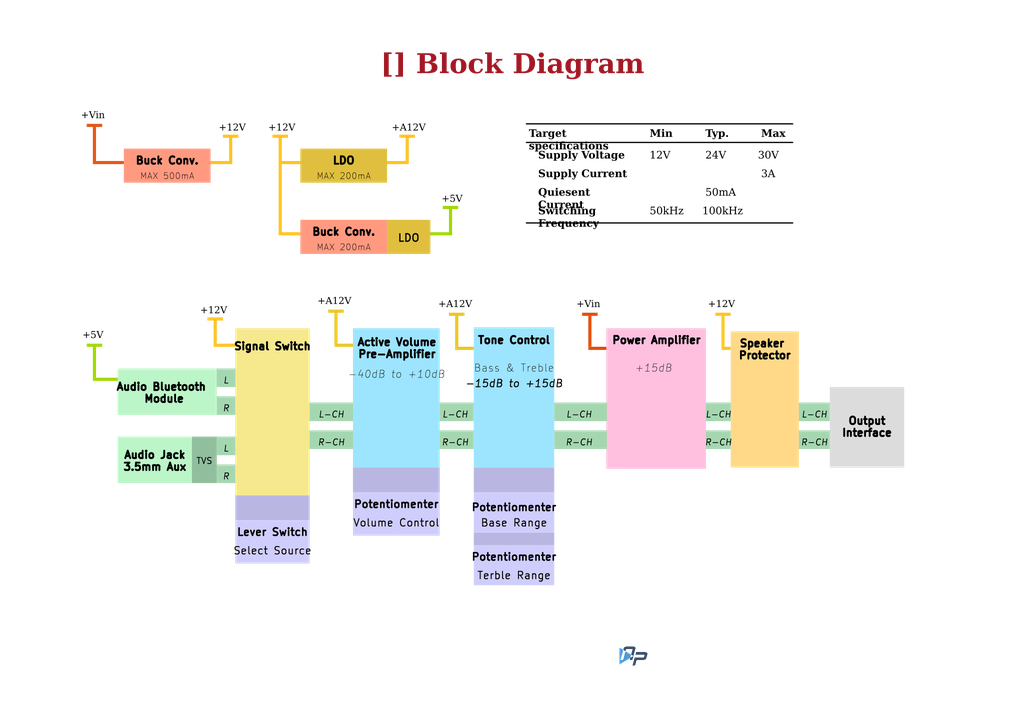
<source format=kicad_sch>
(kicad_sch (version 20250114) (generator "eeschema") (generator_version "9.0")
  (paper "A3")
  (title_block (title "Block Diagram") (date "Last Modified Date") (rev "${REVISION}") (company "${COMPANY}"))
  (lib_symbols)
  (rectangle (start 96.52 203.2) (end 127 213.36) (stroke (width -0.0001)) (fill (type color) (color 185 183 225 1)))
  (rectangle (start 127 165.1) (end 144.78 172.72) (stroke (width -0.0001)) (fill (type color) (color 164 215 176 1)))
  (rectangle (start 137.16 140.97) (end 144.78 142.24) (stroke (width -0.0001) (color 227 209 0 1)) (fill (type color) (color 232 193 30 1)))
  (rectangle (start 194.31 191.77) (end 227.33 201.93) (stroke (width -0.0001)) (fill (type color) (color 185 183 225 1)))
  (rectangle (start 181.61 84.455) (end 187.96 85.725) (stroke (width -0.0001) (color 239 176 27 1)) (fill (type color) (color 157 214 0 1)))
  (rectangle (start 48.26 179.07) (end 78.74 198.12) (stroke (width -0.0001)) (fill (type color) (color 187 245 200 1)))
  (rectangle (start 340.36 158.75) (end 370.84 191.77) (stroke (width -0.0001)) (fill (type color) (color 220 220 220 1)))
  (rectangle (start 134.62 127) (end 140.97 128.27) (stroke (width -0.0001) (color 227 209 0 1)) (fill (type color) (color 232 193 30 1)))
  (rectangle (start 248.666 134.62) (end 289.56 192.278) (stroke (width -0.0001)) (fill (type color) (color 255 192 224 1)))
  (rectangle (start 38.1 52.07) (end 39.37 66.04) (stroke (width -0.0001) (color 239 176 27 1)) (fill (type color) (color 223 86 20 1)))
  (rectangle (start 123.19 60.96) (end 158.75 74.93) (stroke (width -0.0001)) (fill (type color) (color 223 191 61 1)))
  (rectangle (start 78.74 179.07) (end 88.9 198.12) (stroke (width -0.0001) (color 255 255 255 1)) (fill (type color) (color 145 190 156 1)))
  (rectangle (start 194.31 223.52) (end 227.33 240.03) (stroke (width -0.0001)) (fill (type color) (color 207 205 252 1)))
  (rectangle (start 227.33 176.53) (end 248.92 184.15) (stroke (width -0.0001)) (fill (type color) (color 164 215 176 1)))
  (rectangle (start 289.56 165.1) (end 299.72 172.72) (stroke (width -0.0001)) (fill (type color) (color 164 215 176 1)))
  (rectangle (start 111.76 55.245) (end 118.11 56.515) (stroke (width -0.0001) (color 239 176 27 1)) (fill (type color) (color 255 191 29 1)))
  (rectangle (start 238.76 128.27) (end 245.11 129.54) (stroke (width -0.0001) (color 239 176 27 1)) (fill (type color) (color 223 72 2 1)))
  (rectangle (start 180.34 176.53) (end 194.31 184.15) (stroke (width -0.0001)) (fill (type color) (color 164 215 176 1)))
  (rectangle (start 38.1 154.94) (end 48.26 156.21) (stroke (width -0.0001) (color 157 214 0 1)) (fill (type color) (color 157 214 0 1)))
  (rectangle (start 96.52 213.36) (end 127 231.14) (stroke (width -0.0001)) (fill (type color) (color 207 205 252 1)))
  (rectangle (start 241.3 129.54) (end 242.57 142.24) (stroke (width -0.0001) (color 239 176 27 1)) (fill (type color) (color 223 72 2 1)))
  (rectangle (start 186.69 129.54) (end 187.96 142.24) (stroke (width -0.0001) (color 227 209 0 1)) (fill (type color) (color 232 193 30 1)))
  (rectangle (start 180.34 165.1) (end 194.31 172.72) (stroke (width -0.0001)) (fill (type color) (color 164 215 176 1)))
  (rectangle (start 163.83 55.245) (end 170.18 56.515) (stroke (width -0.0001) (color 239 176 27 1)) (fill (type color) (color 255 191 29 1)))
  (rectangle (start 85.09 130.175) (end 91.44 131.445) (stroke (width -0.0001) (color 239 176 27 1)) (fill (type color) (color 255 191 29 1)))
  (rectangle (start 194.31 134.239) (end 227.33 191.77) (stroke (width -0.0001)) (fill (type color) (color 157 228 255 1)))
  (rectangle (start 127 176.53) (end 144.78 184.15) (stroke (width -0.0001)) (fill (type color) (color 164 215 176 1)))
  (rectangle (start 144.78 134.62) (end 180.34 191.77) (stroke (width -0.0001)) (fill (type color) (color 157 228 255 1)))
  (rectangle (start 295.91 142.24) (end 299.72 143.51) (stroke (width -0.0001) (color 239 176 27 1)) (fill (type color) (color 255 191 29 1)))
  (rectangle (start 48.26 151.13) (end 88.9 170.18) (stroke (width -0.0001)) (fill (type color) (color 187 245 200 1)))
  (rectangle (start 88.9 162.56) (end 96.52 170.18) (stroke (width -0.0001)) (fill (type color) (color 164 215 176 1)))
  (rectangle (start 38.1 142.24) (end 39.37 154.94) (stroke (width -0.0001) (color 157 214 0 1)) (fill (type color) (color 157 214 0 1)))
  (rectangle (start 184.15 85.09) (end 185.42 96.52) (stroke (width -0.0001) (color 239 176 27 1)) (fill (type color) (color 157 214 0 1)))
  (rectangle (start 123.19 90.17) (end 158.75 104.14) (stroke (width -0.0001)) (fill (type color) (color 255 154 129 1)))
  (rectangle (start 35.56 140.97) (end 41.91 142.24) (stroke (width -0.0001) (color 157 214 0 1)) (fill (type color) (color 157 214 0 1)))
  (rectangle (start 158.75 90.17) (end 176.53 104.14) (stroke (width -0.0001)) (fill (type color) (color 223 191 61 1)))
  (rectangle (start 88.9 140.97) (end 96.52 142.24) (stroke (width -0.0001) (color 239 176 27 1)) (fill (type color) (color 255 191 29 1)))
  (rectangle (start 144.78 191.77) (end 180.34 201.93) (stroke (width -0.0001)) (fill (type color) (color 185 183 225 1)))
  (rectangle (start 38.1 66.04) (end 50.8 67.31) (stroke (width -0.0001) (color 239 176 27 1)) (fill (type color) (color 223 86 20 1)))
  (rectangle (start 194.31 218.44) (end 227.33 223.52) (stroke (width -0.0001)) (fill (type color) (color 185 183 225 1)))
  (rectangle (start 144.78 201.93) (end 180.34 219.71) (stroke (width -0.0001)) (fill (type color) (color 207 205 252 1)))
  (rectangle (start 115.57 95.25) (end 123.19 96.52) (stroke (width -0.0001) (color 239 176 27 1)) (fill (type color) (color 255 191 29 1)))
  (rectangle (start 35.56 50.8) (end 41.91 52.07) (stroke (width -0.0001) (color 239 176 27 1)) (fill (type color) (color 223 86 20 1)))
  (rectangle (start 295.91 129.54) (end 297.18 142.24) (stroke (width -0.0001) (color 239 176 27 1)) (fill (type color) (color 255 191 29 1)))
  (rectangle (start 96.52 134.62) (end 127 203.2) (stroke (width -0.0001)) (fill (type color) (color 245 232 141 1)))
  (rectangle (start 289.56 176.53) (end 299.72 184.15) (stroke (width -0.0001)) (fill (type color) (color 164 215 176 1)))
  (rectangle (start 88.9 190.5) (end 96.52 198.12) (stroke (width -0.0001)) (fill (type color) (color 164 215 176 1)))
  (rectangle (start 137.16 128.27) (end 138.43 140.97) (stroke (width -0.0001) (color 227 209 0 1)) (fill (type color) (color 232 193 30 1)))
  (rectangle (start 93.98 55.88) (end 95.25 67.31) (stroke (width -0.0001) (color 239 176 27 1)) (fill (type color) (color 255 191 29 1)))
  (rectangle (start 158.75 66.04) (end 166.37 67.31) (stroke (width -0.0001) (color 239 176 27 1)) (fill (type color) (color 255 191 29 1)))
  (rectangle (start 88.9 179.07) (end 96.52 186.69) (stroke (width -0.0001)) (fill (type color) (color 164 215 176 1)))
  (rectangle (start 241.3 142.24) (end 248.92 143.51) (stroke (width -0.0001) (color 239 176 27 1)) (fill (type color) (color 223 72 2 1)))
  (rectangle (start 327.66 165.1) (end 340.36 172.72) (stroke (width -0.0001)) (fill (type color) (color 164 215 176 1)))
  (rectangle (start 86.36 66.04) (end 93.98 67.31) (stroke (width -0.0001) (color 239 176 27 1)) (fill (type color) (color 255 191 29 1)))
  (rectangle (start 327.66 176.53) (end 340.36 184.15) (stroke (width -0.0001)) (fill (type color) (color 164 215 176 1)))
  (rectangle (start 115.57 55.88) (end 114.3 67.31) (stroke (width -0.0001) (color 239 176 27 1)) (fill (type color) (color 255 191 29 1)))
  (rectangle (start 50.8 60.96) (end 86.36 74.93) (stroke (width -0.0001)) (fill (type color) (color 255 154 129 1)))
  (rectangle (start 227.33 165.1) (end 248.92 172.72) (stroke (width -0.0001)) (fill (type color) (color 164 215 176 1)))
  (rectangle (start 87.63 130.81) (end 88.9 142.24) (stroke (width -0.0001) (color 239 176 27 1)) (fill (type color) (color 255 191 29 1)))
  (rectangle (start 166.37 55.88) (end 167.64 67.31) (stroke (width -0.0001) (color 239 176 27 1)) (fill (type color) (color 255 191 29 1)))
  (rectangle (start 186.69 142.24) (end 194.31 143.51) (stroke (width -0.0001) (color 227 209 0 1)) (fill (type color) (color 232 193 30 1)))
  (rectangle (start 115.57 66.04) (end 123.19 67.31) (stroke (width -0.0001) (color 239 176 27 1)) (fill (type color) (color 255 191 29 1)))
  (rectangle (start 194.31 201.93) (end 227.33 218.44) (stroke (width -0.0001)) (fill (type color) (color 207 205 252 1)))
  (rectangle (start 88.9 151.13) (end 96.52 158.75) (stroke (width -0.0001)) (fill (type color) (color 164 215 176 1)))
  (rectangle (start 91.44 55.245) (end 97.79 56.515) (stroke (width -0.0001) (color 239 176 27 1)) (fill (type color) (color 255 191 29 1)))
  (rectangle (start 299.72 135.89) (end 327.66 191.77) (stroke (width -0.0001)) (fill (type color) (color 255 217 136 1)))
  (rectangle (start 184.15 128.27) (end 190.5 129.54) (stroke (width -0.0001) (color 227 209 0 1)) (fill (type color) (color 232 193 30 1)))
  (rectangle (start 293.37 128.27) (end 299.72 129.54) (stroke (width -0.0001) (color 239 176 27 1)) (fill (type color) (color 255 191 29 1)))
  (rectangle (start 114.3 67.31) (end 115.57 96.52) (stroke (width -0.0001) (color 239 176 27 1)) (fill (type color) (color 255 191 29 1)))
  (rectangle (start 176.53 95.25) (end 184.15 96.52) (stroke (width -0.0001) (color 239 176 27 1)) (fill (type color) (color 157 214 0 1)))
  (text "Audio Bluetooth \nModule" (at 67.31 161.29 0) (effects (font (size 3.048 3.048) (thickness 0.762) (bold yes))))
  (text "+12V" (at 115.57 53.34 0) (effects (font (size 2.794 2.794))))
  (text "R-CH" (at 294.64 181.61 0) (effects (font (size 2.54 2.54) (thickness 0.3175) (italic yes))))
  (text "+12V" (at 95.25 53.34 0) (effects (font (size 2.794 2.794))))
  (text "TVS" (at 83.82 189.23 0) (effects (font (size 2.54 2.54) (thickness 0.3175))))
  (text "Potentiomenter" (at 210.82 228.6 0) (effects (font (size 3.048 3.048) (thickness 0.6096) (bold yes))))
  (text "LDO" (at 140.97 66.04 0) (effects (font (size 3.048 3.048) (thickness 0.762) (bold yes))))
  (text "Select Source" (at 111.76 226.06 0) (effects (font (size 3.048 3.048) (thickness 0.381))))
  (text "Bass & Treble" (at 210.82 151.13 0) (effects (font (size 3.048 3.048))))
  (text "L" (at 92.71 156.21 0) (effects (font (size 2.54 2.54) (thickness 0.3175) (italic yes))))
  (text "-40dB to +10dB" (at 162.56 153.67 0) (effects (font (size 3.048 3.048) (italic yes))))
  (text "Lever Switch" (at 111.76 218.44 0) (effects (font (size 3.048 3.048) (thickness 0.6096) (bold yes))))
  (text "L-CH" (at 334.01 170.18 0) (effects (font (size 2.54 2.54) (thickness 0.3175) (italic yes))))
  (text "Buck Conv." (at 140.97 95.25 0) (effects (font (size 3.048 3.048) (thickness 0.762) (bold yes))))
  (text "R-CH" (at 135.89 181.61 0) (effects (font (size 2.54 2.54) (thickness 0.3175) (italic yes))))
  (text "Power Amplifier\n" (at 269.24 139.7 0) (effects (font (size 3.048 3.048) (thickness 1.016) (bold yes))))
  (text "L-CH" (at 237.49 170.18 0) (effects (font (size 2.54 2.54) (thickness 0.3175) (italic yes))))
  (text "+Vin" (at 38.1 48.26 0) (effects (font (size 2.794 2.794))))
  (text "Base Range" (at 210.82 214.63 0) (effects (font (size 3.048 3.048) (thickness 0.381))))
  (text "Tone Control" (at 210.82 139.7 0) (effects (font (size 3.048 3.048) (thickness 1.016) (bold yes))))
  (text "R" (at 92.71 195.58 0) (effects (font (size 2.54 2.54) (thickness 0.3175) (italic yes))))
  (text "+A12V" (at 137.16 124.46 0) (effects (font (size 2.794 2.794))))
  (text "Volume Control" (at 162.56 214.63 0) (effects (font (size 3.048 3.048) (thickness 0.381))))
  (text "+12V" (at 87.63 128.27 0) (effects (font (size 2.794 2.794))))
  (text "Terble Range" (at 210.82 236.22 0) (effects (font (size 3.048 3.048) (thickness 0.381))))
  (text "L-CH" (at 186.69 170.18 0) (effects (font (size 2.54 2.54) (thickness 0.3175) (italic yes))))
  (text "MAX 500mA" (at 68.58 72.39 0) (effects (font (size 2.54 2.54))))
  (text "Potentiomenter" (at 210.82 208.28 0) (effects (font (size 3.048 3.048) (thickness 0.6096) (bold yes))))
  (text "MAX 200mA" (at 140.97 72.39 0) (effects (font (size 2.54 2.54))))
  (text "Buck Conv." (at 68.58 66.04 0) (effects (font (size 3.048 3.048) (thickness 0.762) (bold yes))))
  (text "Audio Jack\n3.5mm Aux" (at 63.5 189.23 0) (effects (font (size 3.048 3.048) (thickness 1.016) (bold yes))))
  (text "R-CH" (at 186.69 181.61 0) (effects (font (size 2.54 2.54) (thickness 0.3175) (italic yes))))
  (text "+5V" (at 185.42 82.55 0) (effects (font (size 2.794 2.794))))
  (text "Speaker \nProtector" (at 313.69 143.51 0) (effects (font (size 3.048 3.048) (thickness 1.016) (bold yes))))
  (text "+15dB" (at 267.97 151.13 0) (effects (font (size 3.048 3.048) (italic yes))))
  (text "Output\nInterface" (at 355.6 175.26 0) (effects (font (size 3.048 3.048) (thickness 1.016) (bold yes))))
  (text "+A12V" (at 167.64 53.34 0) (effects (font (size 2.794 2.794))))
  (text "+A12V" (at 186.69 125.73 0) (effects (font (size 2.794 2.794))))
  (text "R-CH" (at 237.49 181.61 0) (effects (font (size 2.54 2.54) (thickness 0.3175) (italic yes))))
  (text "LDO" (at 167.64 97.79 0) (effects (font (size 3.048 3.048) (thickness 0.508) (bold yes))))
  (text "MAX 200mA" (at 140.97 101.6 0) (effects (font (size 2.54 2.54))))
  (text "L-CH" (at 135.89 170.18 0) (effects (font (size 2.54 2.54) (thickness 0.3175) (italic yes))))
  (text "Potentiomenter" (at 162.56 207.01 0) (effects (font (size 3.048 3.048) (thickness 0.6096) (bold yes))))
  (text "+12V" (at 295.91 125.73 0) (effects (font (size 2.794 2.794))))
  (text "-15dB to +15dB" (at 210.82 157.48 0) (effects (font (size 3.048 3.048) (thickness 0.381) (italic yes))))
  (text "Active Volume\nPre-Amplifier" (at 162.814 143.002 0) (effects (font (size 3.048 3.048) (thickness 1.016) (bold yes))))
  (text "R-CH" (at 334.01 181.61 0) (effects (font (size 2.54 2.54) (thickness 0.3175) (italic yes))))
  (text "Signal Switch" (at 111.76 142.24 0) (effects (font (size 3.048 3.048) (thickness 0.762) (bold yes))))
  (text "L-CH" (at 294.64 170.18 0) (effects (font (size 2.54 2.54) (thickness 0.3175) (italic yes))))
  (text "+5V" (at 38.1 138.43 0) (effects (font (size 2.794 2.794))))
  (text "L" (at 92.71 184.15 0) (effects (font (size 2.54 2.54) (thickness 0.3175) (italic yes))))
  (text "+Vin" (at 241.3 125.73 0) (effects (font (size 2.794 2.794))))
  (text "R" (at 92.71 167.64 0) (effects (font (size 2.54 2.54) (thickness 0.3175) (italic yes))))
  (text_box "50kHz" (at 264.16 82.55 0) (size 12.7 7.62) (margins 2.2859 2.2859 2.2859 2.2859) (stroke (width -0.0001)) (effects (font (size 3.048 3.048)) (justify left top)))
  (text_box "Quiesent  Current" (at 218.44 74.93 0) (size 44.45 7.62) (margins 2.2859 2.2859 2.2859 2.2859) (stroke (width -0.0001)) (effects (font (size 3.048 3.048) (thickness 0.4572) (bold yes)) (justify left top)))
  (text_box "Supply Current" (at 218.44 67.31 0) (size 43.18 7.62) (margins 2.2859 2.2859 2.2859 2.2859) (stroke (width -0.0001)) (effects (font (size 3.048 3.048) (thickness 0.4572) (bold yes)) (justify left top)))
  (text_box "3A" (at 309.88 67.31 0) (size 12.7 7.62) (margins 2.2859 2.2859 2.2859 2.2859) (stroke (width -0.0001)) (effects (font (size 3.048 3.048)) (justify left top)))
  (text_box "30V" (at 308.61 59.69 0) (size 12.7 7.62) (margins 2.2859 2.2859 2.2859 2.2859) (stroke (width -0.0001)) (effects (font (size 3.048 3.048)) (justify left top)))
  (text_box "Typ." (at 287.02 50.8 0) (size 11.43 7.62) (margins 2.2859 2.2859 2.2859 2.2859) (stroke (width -0.0001)) (effects (font (size 3.048 3.048) (thickness 0.4572) (bold yes)) (justify left top)))
  (text_box "50mA" (at 287.02 74.93 0) (size 12.7 7.62) (margins 2.2859 2.2859 2.2859 2.2859) (stroke (width -0.0001)) (effects (font (size 3.048 3.048)) (justify left top)))
  (text_box "Supply Voltage" (at 218.44 59.69 0) (size 41.91 7.62) (margins 2.2859 2.2859 2.2859 2.2859) (stroke (width -0.0001)) (effects (font (size 3.048 3.048) (thickness 0.4572) (bold yes)) (justify left top)))
  (text_box "100kHz" (at 285.75 82.55 0) (size 12.7 7.62) (margins 2.2859 2.2859 2.2859 2.2859) (stroke (width -0.0001)) (effects (font (size 3.048 3.048)) (justify left top)))
  (text_box "Min" (at 264.16 50.8 0) (size 11.43 7.62) (margins 2.2859 2.2859 2.2859 2.2859) (stroke (width -0.0001)) (effects (font (size 3.048 3.048) (thickness 0.4572) (bold yes)) (justify left top)))
  (text_box "[${#}] ${TITLE}" (at 144.78 20.32 0) (size 130.81 12.7) (margins 5.9999 5.9999 5.9999 5.9999) (stroke (width -0.0001)) (effects (font (size 8 8) (thickness 1.2) (bold yes))))
  (text_box "Target specifications" (at 214.63 50.8 0) (size 46.99 7.62) (margins 2.2859 2.2859 2.2859 2.2859) (stroke (width -0.0001)) (effects (font (size 3.048 3.048) (thickness 0.4572) (bold yes)) (justify left top)))
  (text_box "Max" (at 309.88 50.8 0) (size 11.43 7.62) (margins 2.2859 2.2859 2.2859 2.2859) (stroke (width -0.0001)) (effects (font (size 3.048 3.048) (thickness 0.4572) (bold yes)) (justify left top)))
  (text_box "12V" (at 264.16 59.69 0) (size 12.7 7.62) (margins 2.2859 2.2859 2.2859 2.2859) (stroke (width -0.0001)) (effects (font (size 3.048 3.048)) (justify left top)))
  (text_box "24V" (at 287.02 59.69 0) (size 12.7 7.62) (margins 2.2859 2.2859 2.2859 2.2859) (stroke (width -0.0001)) (effects (font (size 3.048 3.048)) (justify left top)))
  (text_box "Switching Frequency" (at 218.44 82.55 0) (size 44.45 7.62) (margins 2.2859 2.2859 2.2859 2.2859) (stroke (width -0.0001)) (effects (font (size 3.048 3.048) (thickness 0.4572) (bold yes)) (justify left top)))
  (polyline (pts (xy 215.9 50.8) (xy 325.12 50.8)) (stroke (width 0.508) (type solid) (color 0 0 0 1)))
  (polyline (pts (xy 215.9 58.42) (xy 325.12 58.42)) (stroke (width 0.508) (type solid) (color 0 0 0 1)))
  (polyline (pts (xy 215.9 91.44) (xy 325.12 91.44)) (stroke (width 0.508) (type solid) (color 0 0 0 1)))
  (image (at 259.08 269.24) (scale 0.0488683))
)
</source>
